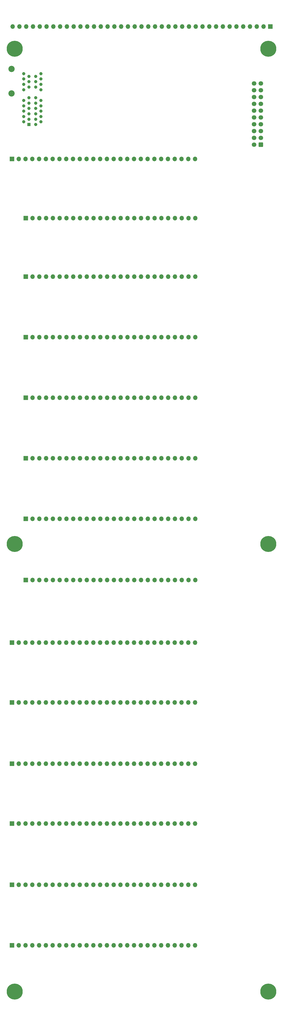
<source format=gbr>
%TF.GenerationSoftware,KiCad,Pcbnew,(6.0.0-0)*%
%TF.CreationDate,2022-10-19T22:30:36-04:00*%
%TF.ProjectId,cpu-input-output-control,6370752d-696e-4707-9574-2d6f75747075,rev?*%
%TF.SameCoordinates,Original*%
%TF.FileFunction,Soldermask,Bot*%
%TF.FilePolarity,Negative*%
%FSLAX46Y46*%
G04 Gerber Fmt 4.6, Leading zero omitted, Abs format (unit mm)*
G04 Created by KiCad (PCBNEW (6.0.0-0)) date 2022-10-19 22:30:36*
%MOMM*%
%LPD*%
G01*
G04 APERTURE LIST*
G04 Aperture macros list*
%AMRoundRect*
0 Rectangle with rounded corners*
0 $1 Rounding radius*
0 $2 $3 $4 $5 $6 $7 $8 $9 X,Y pos of 4 corners*
0 Add a 4 corners polygon primitive as box body*
4,1,4,$2,$3,$4,$5,$6,$7,$8,$9,$2,$3,0*
0 Add four circle primitives for the rounded corners*
1,1,$1+$1,$2,$3*
1,1,$1+$1,$4,$5*
1,1,$1+$1,$6,$7*
1,1,$1+$1,$8,$9*
0 Add four rect primitives between the rounded corners*
20,1,$1+$1,$2,$3,$4,$5,0*
20,1,$1+$1,$4,$5,$6,$7,0*
20,1,$1+$1,$6,$7,$8,$9,0*
20,1,$1+$1,$8,$9,$2,$3,0*%
G04 Aperture macros list end*
%ADD10C,2.350000*%
%ADD11R,1.208000X1.208000*%
%ADD12C,1.208000*%
%ADD13R,1.700000X1.700000*%
%ADD14O,1.700000X1.700000*%
%ADD15C,0.800000*%
%ADD16C,6.000000*%
%ADD17RoundRect,0.250000X0.600000X0.600000X-0.600000X0.600000X-0.600000X-0.600000X0.600000X-0.600000X0*%
%ADD18C,1.700000*%
G04 APERTURE END LIST*
D10*
%TO.C,J9*%
X51780000Y-69750000D03*
X51780000Y-78900000D03*
D11*
X58280000Y-90550000D03*
D12*
X56280000Y-89550000D03*
X58280000Y-88550000D03*
X56280000Y-87550000D03*
X58280000Y-86550000D03*
X56280000Y-85550000D03*
X58280000Y-84550000D03*
X56280000Y-83550000D03*
X58280000Y-82550000D03*
X56280000Y-81550000D03*
X58280000Y-80550000D03*
X56280000Y-77550000D03*
X58280000Y-76550000D03*
X56280000Y-75550000D03*
X58280000Y-74550000D03*
X56280000Y-73550000D03*
X58280000Y-72550000D03*
X56280000Y-71550000D03*
X60780000Y-90550000D03*
X62780000Y-89550000D03*
X60780000Y-88550000D03*
X62780000Y-87550000D03*
X60780000Y-86550000D03*
X62780000Y-85550000D03*
X60780000Y-84550000D03*
X62780000Y-83550000D03*
X60780000Y-82550000D03*
X62780000Y-81550000D03*
X60780000Y-80550000D03*
X62780000Y-77550000D03*
X60780000Y-76550000D03*
X62780000Y-75550000D03*
X60780000Y-74550000D03*
X62780000Y-73550000D03*
X60780000Y-72550000D03*
X62780000Y-71550000D03*
%TD*%
D13*
%TO.C,J12*%
X57034894Y-215163477D03*
D14*
X59574894Y-215163477D03*
X62114894Y-215163477D03*
X64654894Y-215163477D03*
X67194894Y-215163477D03*
X69734894Y-215163477D03*
X72274894Y-215163477D03*
X74814894Y-215163477D03*
X77354894Y-215163477D03*
X79894894Y-215163477D03*
X82434894Y-215163477D03*
X84974894Y-215163477D03*
X87514894Y-215163477D03*
X90054894Y-215163477D03*
X92594894Y-215163477D03*
X95134894Y-215163477D03*
X97674894Y-215163477D03*
X100214894Y-215163477D03*
X102754894Y-215163477D03*
X105294894Y-215163477D03*
X107834894Y-215163477D03*
X110374894Y-215163477D03*
X112914894Y-215163477D03*
X115454894Y-215163477D03*
X117994894Y-215163477D03*
X120534894Y-215163477D03*
%TD*%
D13*
%TO.C,J5*%
X51944894Y-103378477D03*
D14*
X54484894Y-103378477D03*
X57024894Y-103378477D03*
X59564894Y-103378477D03*
X62104894Y-103378477D03*
X64644894Y-103378477D03*
X67184894Y-103378477D03*
X69724894Y-103378477D03*
X72264894Y-103378477D03*
X74804894Y-103378477D03*
X77344894Y-103378477D03*
X79884894Y-103378477D03*
X82424894Y-103378477D03*
X84964894Y-103378477D03*
X87504894Y-103378477D03*
X90044894Y-103378477D03*
X92584894Y-103378477D03*
X95124894Y-103378477D03*
X97664894Y-103378477D03*
X100204894Y-103378477D03*
X102744894Y-103378477D03*
X105284894Y-103378477D03*
X107824894Y-103378477D03*
X110364894Y-103378477D03*
X112904894Y-103378477D03*
X115444894Y-103378477D03*
X117984894Y-103378477D03*
X120524894Y-103378477D03*
%TD*%
D13*
%TO.C,J16*%
X57034894Y-260629477D03*
D14*
X59574894Y-260629477D03*
X62114894Y-260629477D03*
X64654894Y-260629477D03*
X67194894Y-260629477D03*
X69734894Y-260629477D03*
X72274894Y-260629477D03*
X74814894Y-260629477D03*
X77354894Y-260629477D03*
X79894894Y-260629477D03*
X82434894Y-260629477D03*
X84974894Y-260629477D03*
X87514894Y-260629477D03*
X90054894Y-260629477D03*
X92594894Y-260629477D03*
X95134894Y-260629477D03*
X97674894Y-260629477D03*
X100214894Y-260629477D03*
X102754894Y-260629477D03*
X105294894Y-260629477D03*
X107834894Y-260629477D03*
X110374894Y-260629477D03*
X112914894Y-260629477D03*
X115454894Y-260629477D03*
X117994894Y-260629477D03*
X120534894Y-260629477D03*
%TD*%
D13*
%TO.C,J6*%
X57034894Y-169951477D03*
D14*
X59574894Y-169951477D03*
X62114894Y-169951477D03*
X64654894Y-169951477D03*
X67194894Y-169951477D03*
X69734894Y-169951477D03*
X72274894Y-169951477D03*
X74814894Y-169951477D03*
X77354894Y-169951477D03*
X79894894Y-169951477D03*
X82434894Y-169951477D03*
X84974894Y-169951477D03*
X87514894Y-169951477D03*
X90054894Y-169951477D03*
X92594894Y-169951477D03*
X95134894Y-169951477D03*
X97674894Y-169951477D03*
X100214894Y-169951477D03*
X102754894Y-169951477D03*
X105294894Y-169951477D03*
X107834894Y-169951477D03*
X110374894Y-169951477D03*
X112914894Y-169951477D03*
X115454894Y-169951477D03*
X117994894Y-169951477D03*
X120534894Y-169951477D03*
%TD*%
D13*
%TO.C,J10*%
X51929894Y-329209477D03*
D14*
X54469894Y-329209477D03*
X57009894Y-329209477D03*
X59549894Y-329209477D03*
X62089894Y-329209477D03*
X64629894Y-329209477D03*
X67169894Y-329209477D03*
X69709894Y-329209477D03*
X72249894Y-329209477D03*
X74789894Y-329209477D03*
X77329894Y-329209477D03*
X79869894Y-329209477D03*
X82409894Y-329209477D03*
X84949894Y-329209477D03*
X87489894Y-329209477D03*
X90029894Y-329209477D03*
X92569894Y-329209477D03*
X95109894Y-329209477D03*
X97649894Y-329209477D03*
X100189894Y-329209477D03*
X102729894Y-329209477D03*
X105269894Y-329209477D03*
X107809894Y-329209477D03*
X110349894Y-329209477D03*
X112889894Y-329209477D03*
X115429894Y-329209477D03*
X117969894Y-329209477D03*
X120509894Y-329209477D03*
%TD*%
D15*
%TO.C,REF\u002A\u002A*%
X146350904Y-63846467D03*
X150191894Y-62255477D03*
X147941894Y-64505477D03*
X147941894Y-60005477D03*
X149532884Y-60664487D03*
X149532884Y-63846467D03*
X146350904Y-60664487D03*
D16*
X147941894Y-62255477D03*
D15*
X145691894Y-62255477D03*
%TD*%
D16*
%TO.C,REF\u002A\u002A*%
X52945894Y-62255477D03*
D15*
X51354904Y-60664487D03*
X52945894Y-64505477D03*
X51354904Y-63846467D03*
X54536884Y-60664487D03*
X50695894Y-62255477D03*
X52945894Y-60005477D03*
X54536884Y-63846467D03*
X55195894Y-62255477D03*
%TD*%
D13*
%TO.C,J13*%
X51929894Y-351561477D03*
D14*
X54469894Y-351561477D03*
X57009894Y-351561477D03*
X59549894Y-351561477D03*
X62089894Y-351561477D03*
X64629894Y-351561477D03*
X67169894Y-351561477D03*
X69709894Y-351561477D03*
X72249894Y-351561477D03*
X74789894Y-351561477D03*
X77329894Y-351561477D03*
X79869894Y-351561477D03*
X82409894Y-351561477D03*
X84949894Y-351561477D03*
X87489894Y-351561477D03*
X90029894Y-351561477D03*
X92569894Y-351561477D03*
X95109894Y-351561477D03*
X97649894Y-351561477D03*
X100189894Y-351561477D03*
X102729894Y-351561477D03*
X105269894Y-351561477D03*
X107809894Y-351561477D03*
X110349894Y-351561477D03*
X112889894Y-351561477D03*
X115429894Y-351561477D03*
X117969894Y-351561477D03*
X120509894Y-351561477D03*
%TD*%
D17*
%TO.C,J11*%
X145138394Y-98069477D03*
D18*
X142598394Y-98069477D03*
X145138394Y-95529477D03*
X142598394Y-95529477D03*
X145138394Y-92989477D03*
X142598394Y-92989477D03*
X145138394Y-90449477D03*
X142598394Y-90449477D03*
X145138394Y-87909477D03*
X142598394Y-87909477D03*
X145138394Y-85369477D03*
X142598394Y-85369477D03*
X145138394Y-82829477D03*
X142598394Y-82829477D03*
X145138394Y-80289477D03*
X142598394Y-80289477D03*
X145138394Y-77749477D03*
X142598394Y-77749477D03*
X145138394Y-75209477D03*
X142598394Y-75209477D03*
%TD*%
D13*
%TO.C,J15*%
X51929894Y-374421477D03*
D14*
X54469894Y-374421477D03*
X57009894Y-374421477D03*
X59549894Y-374421477D03*
X62089894Y-374421477D03*
X64629894Y-374421477D03*
X67169894Y-374421477D03*
X69709894Y-374421477D03*
X72249894Y-374421477D03*
X74789894Y-374421477D03*
X77329894Y-374421477D03*
X79869894Y-374421477D03*
X82409894Y-374421477D03*
X84949894Y-374421477D03*
X87489894Y-374421477D03*
X90029894Y-374421477D03*
X92569894Y-374421477D03*
X95109894Y-374421477D03*
X97649894Y-374421477D03*
X100189894Y-374421477D03*
X102729894Y-374421477D03*
X105269894Y-374421477D03*
X107809894Y-374421477D03*
X110349894Y-374421477D03*
X112889894Y-374421477D03*
X115429894Y-374421477D03*
X117969894Y-374421477D03*
X120509894Y-374421477D03*
%TD*%
D13*
%TO.C,J3*%
X148703894Y-53955477D03*
D14*
X146163894Y-53955477D03*
X143623894Y-53955477D03*
X141083894Y-53955477D03*
X138543894Y-53955477D03*
X136003894Y-53955477D03*
X133463894Y-53955477D03*
X130923894Y-53955477D03*
X128383894Y-53955477D03*
X125843894Y-53955477D03*
X123303894Y-53955477D03*
X120763894Y-53955477D03*
X118223894Y-53955477D03*
X115683894Y-53955477D03*
X113143894Y-53955477D03*
X110603894Y-53955477D03*
X108063894Y-53955477D03*
X105523894Y-53955477D03*
X102983894Y-53955477D03*
X100443894Y-53955477D03*
X97903894Y-53955477D03*
X95363894Y-53955477D03*
X92823894Y-53955477D03*
X90283894Y-53955477D03*
X87743894Y-53955477D03*
X85203894Y-53955477D03*
X82663894Y-53955477D03*
X80123894Y-53955477D03*
X77583894Y-53955477D03*
X75043894Y-53955477D03*
X72503894Y-53955477D03*
X69963894Y-53955477D03*
X67423894Y-53955477D03*
X64883894Y-53955477D03*
X62343894Y-53955477D03*
X59803894Y-53955477D03*
X57263894Y-53955477D03*
X54723894Y-53955477D03*
X52183894Y-53955477D03*
%TD*%
D15*
%TO.C,REF\u002A\u002A*%
X149532884Y-415890467D03*
D16*
X147941894Y-414299477D03*
D15*
X146350904Y-415890467D03*
X145691894Y-414299477D03*
X149532884Y-412708487D03*
X147941894Y-416549477D03*
X147941894Y-412049477D03*
X146350904Y-412708487D03*
X150191894Y-414299477D03*
%TD*%
%TO.C,REF\u002A\u002A*%
X54536884Y-248758467D03*
X52945894Y-249417477D03*
X51354904Y-245576487D03*
X54536884Y-245576487D03*
X51354904Y-248758467D03*
D16*
X52945894Y-247167477D03*
D15*
X50695894Y-247167477D03*
X55195894Y-247167477D03*
X52945894Y-244917477D03*
%TD*%
D13*
%TO.C,J7*%
X51929894Y-306349477D03*
D14*
X54469894Y-306349477D03*
X57009894Y-306349477D03*
X59549894Y-306349477D03*
X62089894Y-306349477D03*
X64629894Y-306349477D03*
X67169894Y-306349477D03*
X69709894Y-306349477D03*
X72249894Y-306349477D03*
X74789894Y-306349477D03*
X77329894Y-306349477D03*
X79869894Y-306349477D03*
X82409894Y-306349477D03*
X84949894Y-306349477D03*
X87489894Y-306349477D03*
X90029894Y-306349477D03*
X92569894Y-306349477D03*
X95109894Y-306349477D03*
X97649894Y-306349477D03*
X100189894Y-306349477D03*
X102729894Y-306349477D03*
X105269894Y-306349477D03*
X107809894Y-306349477D03*
X110349894Y-306349477D03*
X112889894Y-306349477D03*
X115429894Y-306349477D03*
X117969894Y-306349477D03*
X120509894Y-306349477D03*
%TD*%
D13*
%TO.C,J17*%
X51929894Y-397027477D03*
D14*
X54469894Y-397027477D03*
X57009894Y-397027477D03*
X59549894Y-397027477D03*
X62089894Y-397027477D03*
X64629894Y-397027477D03*
X67169894Y-397027477D03*
X69709894Y-397027477D03*
X72249894Y-397027477D03*
X74789894Y-397027477D03*
X77329894Y-397027477D03*
X79869894Y-397027477D03*
X82409894Y-397027477D03*
X84949894Y-397027477D03*
X87489894Y-397027477D03*
X90029894Y-397027477D03*
X92569894Y-397027477D03*
X95109894Y-397027477D03*
X97649894Y-397027477D03*
X100189894Y-397027477D03*
X102729894Y-397027477D03*
X105269894Y-397027477D03*
X107809894Y-397027477D03*
X110349894Y-397027477D03*
X112889894Y-397027477D03*
X115429894Y-397027477D03*
X117969894Y-397027477D03*
X120509894Y-397027477D03*
%TD*%
D13*
%TO.C,J1*%
X57034894Y-125501477D03*
D14*
X59574894Y-125501477D03*
X62114894Y-125501477D03*
X64654894Y-125501477D03*
X67194894Y-125501477D03*
X69734894Y-125501477D03*
X72274894Y-125501477D03*
X74814894Y-125501477D03*
X77354894Y-125501477D03*
X79894894Y-125501477D03*
X82434894Y-125501477D03*
X84974894Y-125501477D03*
X87514894Y-125501477D03*
X90054894Y-125501477D03*
X92594894Y-125501477D03*
X95134894Y-125501477D03*
X97674894Y-125501477D03*
X100214894Y-125501477D03*
X102754894Y-125501477D03*
X105294894Y-125501477D03*
X107834894Y-125501477D03*
X110374894Y-125501477D03*
X112914894Y-125501477D03*
X115454894Y-125501477D03*
X117994894Y-125501477D03*
X120534894Y-125501477D03*
%TD*%
D15*
%TO.C,REF\u002A\u002A*%
X146350904Y-245576487D03*
X149532884Y-248758467D03*
X147941894Y-249417477D03*
X149532884Y-245576487D03*
X146350904Y-248758467D03*
X147941894Y-244917477D03*
X145691894Y-247167477D03*
D16*
X147941894Y-247167477D03*
D15*
X150191894Y-247167477D03*
%TD*%
D13*
%TO.C,J14*%
X57034894Y-237769477D03*
D14*
X59574894Y-237769477D03*
X62114894Y-237769477D03*
X64654894Y-237769477D03*
X67194894Y-237769477D03*
X69734894Y-237769477D03*
X72274894Y-237769477D03*
X74814894Y-237769477D03*
X77354894Y-237769477D03*
X79894894Y-237769477D03*
X82434894Y-237769477D03*
X84974894Y-237769477D03*
X87514894Y-237769477D03*
X90054894Y-237769477D03*
X92594894Y-237769477D03*
X95134894Y-237769477D03*
X97674894Y-237769477D03*
X100214894Y-237769477D03*
X102754894Y-237769477D03*
X105294894Y-237769477D03*
X107834894Y-237769477D03*
X110374894Y-237769477D03*
X112914894Y-237769477D03*
X115454894Y-237769477D03*
X117994894Y-237769477D03*
X120534894Y-237769477D03*
%TD*%
D15*
%TO.C,REF\u002A\u002A*%
X51354904Y-415890467D03*
X50695894Y-414299477D03*
D16*
X52945894Y-414299477D03*
D15*
X54536884Y-415890467D03*
X55195894Y-414299477D03*
X52945894Y-412049477D03*
X52945894Y-416549477D03*
X51354904Y-412708487D03*
X54536884Y-412708487D03*
%TD*%
D13*
%TO.C,J4*%
X57034894Y-147320477D03*
D14*
X59574894Y-147320477D03*
X62114894Y-147320477D03*
X64654894Y-147320477D03*
X67194894Y-147320477D03*
X69734894Y-147320477D03*
X72274894Y-147320477D03*
X74814894Y-147320477D03*
X77354894Y-147320477D03*
X79894894Y-147320477D03*
X82434894Y-147320477D03*
X84974894Y-147320477D03*
X87514894Y-147320477D03*
X90054894Y-147320477D03*
X92594894Y-147320477D03*
X95134894Y-147320477D03*
X97674894Y-147320477D03*
X100214894Y-147320477D03*
X102754894Y-147320477D03*
X105294894Y-147320477D03*
X107834894Y-147320477D03*
X110374894Y-147320477D03*
X112914894Y-147320477D03*
X115454894Y-147320477D03*
X117994894Y-147320477D03*
X120534894Y-147320477D03*
%TD*%
D13*
%TO.C,J2*%
X51929894Y-283997477D03*
D14*
X54469894Y-283997477D03*
X57009894Y-283997477D03*
X59549894Y-283997477D03*
X62089894Y-283997477D03*
X64629894Y-283997477D03*
X67169894Y-283997477D03*
X69709894Y-283997477D03*
X72249894Y-283997477D03*
X74789894Y-283997477D03*
X77329894Y-283997477D03*
X79869894Y-283997477D03*
X82409894Y-283997477D03*
X84949894Y-283997477D03*
X87489894Y-283997477D03*
X90029894Y-283997477D03*
X92569894Y-283997477D03*
X95109894Y-283997477D03*
X97649894Y-283997477D03*
X100189894Y-283997477D03*
X102729894Y-283997477D03*
X105269894Y-283997477D03*
X107809894Y-283997477D03*
X110349894Y-283997477D03*
X112889894Y-283997477D03*
X115429894Y-283997477D03*
X117969894Y-283997477D03*
X120509894Y-283997477D03*
%TD*%
D13*
%TO.C,J8*%
X57034894Y-192557477D03*
D14*
X59574894Y-192557477D03*
X62114894Y-192557477D03*
X64654894Y-192557477D03*
X67194894Y-192557477D03*
X69734894Y-192557477D03*
X72274894Y-192557477D03*
X74814894Y-192557477D03*
X77354894Y-192557477D03*
X79894894Y-192557477D03*
X82434894Y-192557477D03*
X84974894Y-192557477D03*
X87514894Y-192557477D03*
X90054894Y-192557477D03*
X92594894Y-192557477D03*
X95134894Y-192557477D03*
X97674894Y-192557477D03*
X100214894Y-192557477D03*
X102754894Y-192557477D03*
X105294894Y-192557477D03*
X107834894Y-192557477D03*
X110374894Y-192557477D03*
X112914894Y-192557477D03*
X115454894Y-192557477D03*
X117994894Y-192557477D03*
X120534894Y-192557477D03*
%TD*%
M02*

</source>
